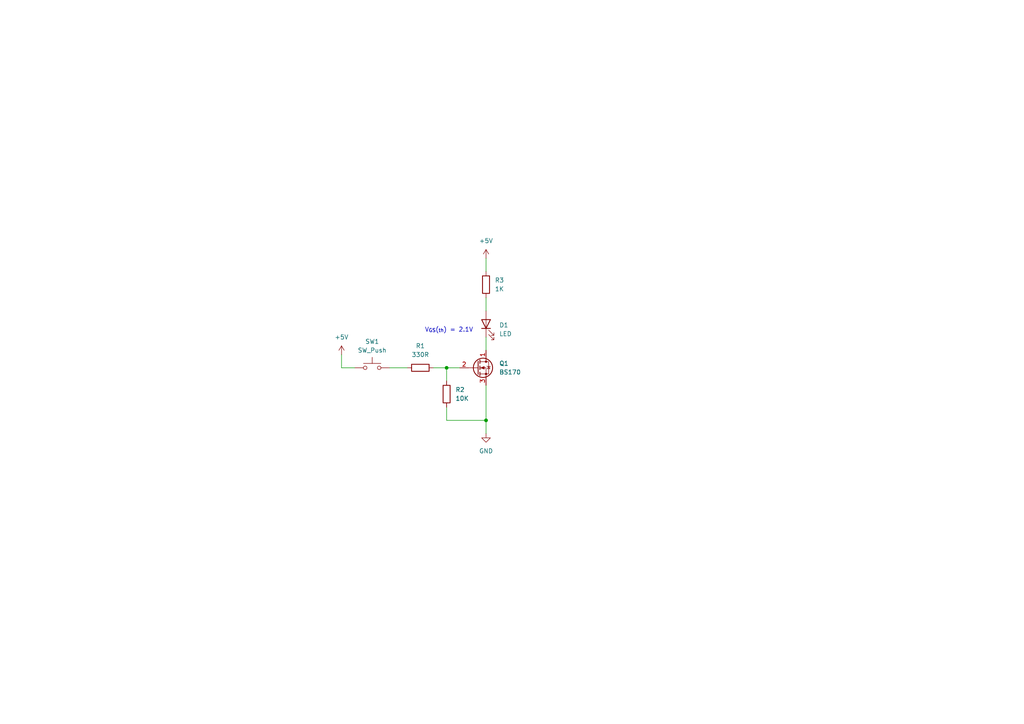
<source format=kicad_sch>
(kicad_sch (version 20211123) (generator eeschema)
  (paper "A4")
  (lib_symbols
    (symbol "Device:LED" (pin_numbers hide) (pin_names (offset 1.016) hide)
      (property "Reference" "D" (at 0 2.54 0))
      (property "Value" "LED" (at 0 -2.54 0))
      (symbol "LED_0_1"
        (polyline (pts (xy -1.27 -1.27) (xy -1.27 1.27)) (stroke (width 0.254)))
        (polyline (pts (xy -1.27 0) (xy 1.27 0)))
        (polyline (pts (xy 1.27 -1.27) (xy 1.27 1.27) (xy -1.27 0) (xy 1.27 -1.27)) (stroke (width 0.254)))
        (polyline (pts (xy -3.048 -0.762) (xy -4.572 -2.286) (xy -3.81 -2.286) (xy -4.572 -2.286) (xy -4.572 -1.524)))
        (polyline (pts (xy -1.778 -0.762) (xy -3.302 -2.286) (xy -2.54 -2.286) (xy -3.302 -2.286) (xy -3.302 -1.524)))
      )
      (symbol "LED_1_1"
        (pin passive line (at -3.81 0 0) (length 2.54) (name "K") (number "1"))
        (pin passive line (at 3.81 0 180) (length 2.54) (name "A") (number "2"))
      )
    )
    (symbol "Device:R" (pin_numbers hide) (pin_names (offset 0))
      (property "Reference" "R" (at 2.032 0 90))
      (property "Value" "R" (at 0 0 90))
      (symbol "R_0_1"
        (rectangle (start -1.016 -2.54) (end 1.016 2.54) (stroke (width 0.254)))
      )
      (symbol "R_1_1"
        (pin passive line (at 0 3.81 270) (length 1.27) (name "~") (number "1"))
        (pin passive line (at 0 -3.81 90) (length 1.27) (name "~") (number "2"))
      )
    )
    (symbol "Switch:SW_Push" (pin_numbers hide) (pin_names (offset 1.016) hide)
      (property "Reference" "SW" (at 1.27 2.54 0))
      (property "Value" "SW_Push" (at 0 -1.524 0))
      (symbol "SW_Push_0_1"
        (circle (center -2.032 0) (radius 0.508))
        (polyline (pts (xy 0 1.27) (xy 0 3.048)))
        (polyline (pts (xy 2.54 1.27) (xy -2.54 1.27)))
        (circle (center 2.032 0) (radius 0.508))
        (pin passive line (at -5.08 0 0) (length 2.54) (name "1") (number "1"))
        (pin passive line (at 5.08 0 180) (length 2.54) (name "2") (number "2"))
      )
    )
    (symbol "Transistor_FET:BS170" (pin_names hide)
      (property "Reference" "Q" (at 5.08 1.905 0))
      (property "Value" "BS170" (at 5.08 0 0))
      (symbol "BS170_0_1"
        (polyline (pts (xy 0.254 0) (xy -2.54 0)))
        (polyline (pts (xy 0.254 1.905) (xy 0.254 -1.905)) (stroke (width 0.254)))
        (polyline (pts (xy 0.762 -1.27) (xy 0.762 -2.286)) (stroke (width 0.254)))
        (polyline (pts (xy 0.762 0.508) (xy 0.762 -0.508)) (stroke (width 0.254)))
        (polyline (pts (xy 0.762 2.286) (xy 0.762 1.27)) (stroke (width 0.254)))
        (polyline (pts (xy 2.54 2.54) (xy 2.54 1.778)))
        (polyline (pts (xy 2.54 -2.54) (xy 2.54 0) (xy 0.762 0)))
        (polyline (pts (xy 0.762 -1.778) (xy 3.302 -1.778) (xy 3.302 1.778) (xy 0.762 1.778)))
        (polyline (pts (xy 1.016 0) (xy 2.032 0.381) (xy 2.032 -0.381) (xy 1.016 0)) (fill (type outline)))
        (polyline (pts (xy 2.794 0.508) (xy 2.921 0.381) (xy 3.683 0.381) (xy 3.81 0.254)))
        (polyline (pts (xy 3.302 0.381) (xy 2.921 -0.254) (xy 3.683 -0.254) (xy 3.302 0.381)))
        (circle (center 1.651 0) (radius 2.794) (stroke (width 0.254)))
        (circle (center 2.54 -1.778) (radius 0.254) (fill (type outline)))
        (circle (center 2.54 1.778) (radius 0.254) (fill (type outline)))
      )
      (symbol "BS170_1_1"
        (pin passive line (at 2.54 5.08 270) (length 2.54) (name "D") (number "1"))
        (pin input line (at -5.08 0 0) (length 2.54) (name "G") (number "2"))
        (pin passive line (at 2.54 -5.08 90) (length 2.54) (name "S") (number "3"))
      )
    )
    (symbol "power:+5V" (power) (pin_names (offset 0))
      (property "Value" "+5V" (at 0 3.556 0))
      (symbol "+5V_0_1"
        (polyline (pts (xy -0.762 1.27) (xy 0 2.54)))
        (polyline (pts (xy 0 0) (xy 0 2.54)))
        (polyline (pts (xy 0 2.54) (xy 0.762 1.27)))
      )
      (symbol "+5V_1_1"
        (pin power_in line (at 0 0 90) (length 0) hide (name "+5V") (number "1"))
      )
    )
    (symbol "power:GND" (power) (pin_names (offset 0))
      (property "Value" "GND" (at 0 -3.81 0))
      (symbol "GND_0_1"
        (polyline (pts (xy 0 0) (xy 0 -1.27) (xy 1.27 -1.27) (xy 0 -2.54) (xy -1.27 -1.27) (xy 0 -1.27)))
      )
      (symbol "GND_1_1"
        (pin power_in line (at 0 0 270) (length 0) hide (name "GND") (number "1"))
      )
    )
  )
  (junction (at 140.97 121.92))
  (junction (at 129.54 106.68))
  (wire (pts (xy 99.06 106.68) (xy 102.87 106.68)))
  (wire (pts (xy 140.97 74.93) (xy 140.97 78.74)))
  (wire (pts (xy 129.54 106.68) (xy 129.54 110.49)))
  (wire (pts (xy 140.97 97.79) (xy 140.97 101.6)))
  (wire (pts (xy 140.97 86.36) (xy 140.97 90.17)))
  (wire (pts (xy 140.97 111.76) (xy 140.97 121.92)))
  (wire (pts (xy 113.03 106.68) (xy 118.11 106.68)))
  (wire (pts (xy 140.97 125.73) (xy 140.97 121.92)))
  (wire (pts (xy 129.54 121.92) (xy 140.97 121.92)))
  (wire (pts (xy 99.06 102.87) (xy 99.06 106.68)))
  (wire (pts (xy 129.54 118.11) (xy 129.54 121.92)))
  (wire (pts (xy 129.54 106.68) (xy 133.35 106.68)))
  (wire (pts (xy 125.73 106.68) (xy 129.54 106.68)))
  (text "V_{GS}(_{th}) = 2.1V" (at 123.19 96.52 0) (effects (font (size 1.27 1.27)) (justify left bottom)))
  (symbol (lib_id "Device:R") (at 121.92 106.68 90) (unit 1)
    (property "Reference" "R1" (at 121.92 100.33 90))
    (property "Value" "330R" (at 121.92 102.87 90))
  )
  (symbol (lib_id "Device:R") (at 140.97 82.55 0) (unit 1)
    (property "Reference" "R3" (at 143.51 81.2799 0) (effects (justify left)))
    (property "Value" "1K" (at 143.51 83.8199 0) (effects (justify left)))
  )
  (symbol (lib_id "Device:R") (at 129.54 114.3 0) (unit 1)
    (property "Reference" "R2" (at 132.08 113.0299 0) (effects (justify left)))
    (property "Value" "10K" (at 132.08 115.5699 0) (effects (justify left)))
  )
  (symbol (lib_id "Transistor_FET:BS170") (at 138.43 106.68 0) (unit 1)
    (property "Reference" "Q1" (at 144.78 105.4099 0) (effects (justify left)))
    (property "Value" "BS170" (at 144.78 107.9499 0) (effects (justify left)))
    (property "Footprint" "Package_TO_SOT_THT:TO-92_Inline" (effects hide))
    (property "Datasheet" "https://www.onsemi.com/pub/Collateral/BS170-D.PDF" (effects hide))
  )
  (symbol (lib_id "Device:LED") (at 140.97 93.98 90) (unit 1)
    (property "Reference" "D1" (at 144.78 94.2974 90) (effects (justify right)))
    (property "Value" "LED" (at 144.78 96.8374 90) (effects (justify right)))
  )
  (symbol (lib_id "power:+5V") (at 99.06 102.87 0) (unit 1)
    (property "Reference" "#PWR01" (effects hide))
    (property "Value" "+5V" (at 99.06 97.79 0))
  )
  (symbol (lib_id "Switch:SW_Push") (at 107.95 106.68 0) (unit 1)
    (property "Reference" "SW1" (at 107.95 99.06 0))
    (property "Value" "SW_Push" (at 107.95 101.6 0))
  )
  (symbol (lib_id "power:GND") (at 140.97 125.73 0) (unit 1)
    (property "Reference" "#PWR03" (effects hide))
    (property "Value" "GND" (at 140.97 130.81 0))
  )
  (symbol (lib_id "power:+5V") (at 140.97 74.93 0) (unit 1)
    (property "Reference" "#PWR02" (effects hide))
    (property "Value" "+5V" (at 140.97 69.85 0))
  )
)
</source>
